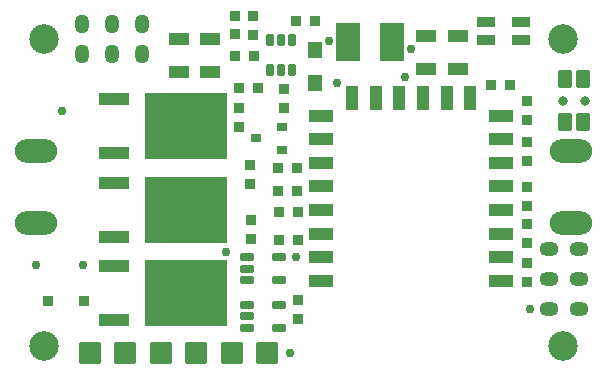
<source format=gbr>
%TF.GenerationSoftware,Altium Limited,Altium Designer,20.1.8 (145)*%
G04 Layer_Color=8388736*
%FSLAX45Y45*%
%MOMM*%
%TF.SameCoordinates,7C767931-0862-4B48-A7A2-9337087A75ED*%
%TF.FilePolarity,Negative*%
%TF.FileFunction,Soldermask,Top*%
%TF.Part,Single*%
G01*
G75*
%TA.AperFunction,SMDPad,CuDef*%
%ADD11C,0.75000*%
%TA.AperFunction,ComponentPad*%
%ADD32O,1.60000X1.25000*%
%ADD33O,1.25000X1.60000*%
%TA.AperFunction,ViaPad*%
%ADD42O,3.60000X2.00000*%
%TA.AperFunction,WasherPad*%
%ADD43C,2.50000*%
%TA.AperFunction,ComponentPad*%
%ADD44C,0.80000*%
G04:AMPARAMS|DCode=45|XSize=1.9mm|YSize=1.9mm|CornerRadius=0.14mm|HoleSize=0mm|Usage=FLASHONLY|Rotation=0.000|XOffset=0mm|YOffset=0mm|HoleType=Round|Shape=RoundedRectangle|*
%AMROUNDEDRECTD45*
21,1,1.90000,1.62000,0,0,0.0*
21,1,1.62000,1.90000,0,0,0.0*
1,1,0.28000,0.81000,-0.81000*
1,1,0.28000,-0.81000,-0.81000*
1,1,0.28000,-0.81000,0.81000*
1,1,0.28000,0.81000,0.81000*
%
%ADD45ROUNDEDRECTD45*%
G04:AMPARAMS|DCode=46|XSize=1.9mm|YSize=1.9mm|CornerRadius=0.23mm|HoleSize=0mm|Usage=FLASHONLY|Rotation=180.000|XOffset=0mm|YOffset=0mm|HoleType=Round|Shape=RoundedRectangle|*
%AMROUNDEDRECTD46*
21,1,1.90000,1.44000,0,0,180.0*
21,1,1.44000,1.90000,0,0,180.0*
1,1,0.46000,-0.72000,0.72000*
1,1,0.46000,0.72000,0.72000*
1,1,0.46000,0.72000,-0.72000*
1,1,0.46000,-0.72000,-0.72000*
%
%ADD46ROUNDEDRECTD46*%
%TA.AperFunction,NonConductor*%
%ADD54R,1.30000X0.90000*%
%ADD55R,1.30000X0.90000*%
%ADD56R,1.30000X0.90000*%
%ADD57R,1.30000X0.90000*%
%TA.AperFunction,SMDPad,CuDef*%
G04:AMPARAMS|DCode=58|XSize=0.9mm|YSize=0.9mm|CornerRadius=0.054mm|HoleSize=0mm|Usage=FLASHONLY|Rotation=180.000|XOffset=0mm|YOffset=0mm|HoleType=Round|Shape=RoundedRectangle|*
%AMROUNDEDRECTD58*
21,1,0.90000,0.79200,0,0,180.0*
21,1,0.79200,0.90000,0,0,180.0*
1,1,0.10800,-0.39600,0.39600*
1,1,0.10800,0.39600,0.39600*
1,1,0.10800,0.39600,-0.39600*
1,1,0.10800,-0.39600,-0.39600*
%
%ADD58ROUNDEDRECTD58*%
G04:AMPARAMS|DCode=59|XSize=0.9mm|YSize=0.85mm|CornerRadius=0.05375mm|HoleSize=0mm|Usage=FLASHONLY|Rotation=90.000|XOffset=0mm|YOffset=0mm|HoleType=Round|Shape=RoundedRectangle|*
%AMROUNDEDRECTD59*
21,1,0.90000,0.74250,0,0,90.0*
21,1,0.79250,0.85000,0,0,90.0*
1,1,0.10750,0.37125,0.39625*
1,1,0.10750,0.37125,-0.39625*
1,1,0.10750,-0.37125,-0.39625*
1,1,0.10750,-0.37125,0.39625*
%
%ADD59ROUNDEDRECTD59*%
G04:AMPARAMS|DCode=60|XSize=0.9mm|YSize=0.85mm|CornerRadius=0.05375mm|HoleSize=0mm|Usage=FLASHONLY|Rotation=0.000|XOffset=0mm|YOffset=0mm|HoleType=Round|Shape=RoundedRectangle|*
%AMROUNDEDRECTD60*
21,1,0.90000,0.74250,0,0,0.0*
21,1,0.79250,0.85000,0,0,0.0*
1,1,0.10750,0.39625,-0.37125*
1,1,0.10750,-0.39625,-0.37125*
1,1,0.10750,-0.39625,0.37125*
1,1,0.10750,0.39625,0.37125*
%
%ADD60ROUNDEDRECTD60*%
G04:AMPARAMS|DCode=61|XSize=1.05mm|YSize=2.5mm|CornerRadius=0.05475mm|HoleSize=0mm|Usage=FLASHONLY|Rotation=90.000|XOffset=0mm|YOffset=0mm|HoleType=Round|Shape=RoundedRectangle|*
%AMROUNDEDRECTD61*
21,1,1.05000,2.39050,0,0,90.0*
21,1,0.94050,2.50000,0,0,90.0*
1,1,0.10950,1.19525,0.47025*
1,1,0.10950,1.19525,-0.47025*
1,1,0.10950,-1.19525,-0.47025*
1,1,0.10950,-1.19525,0.47025*
%
%ADD61ROUNDEDRECTD61*%
G04:AMPARAMS|DCode=62|XSize=5.65mm|YSize=6.9mm|CornerRadius=0.07775mm|HoleSize=0mm|Usage=FLASHONLY|Rotation=90.000|XOffset=0mm|YOffset=0mm|HoleType=Round|Shape=RoundedRectangle|*
%AMROUNDEDRECTD62*
21,1,5.65000,6.74450,0,0,90.0*
21,1,5.49450,6.90000,0,0,90.0*
1,1,0.15550,3.37225,2.74725*
1,1,0.15550,3.37225,-2.74725*
1,1,0.15550,-3.37225,-2.74725*
1,1,0.15550,-3.37225,2.74725*
%
%ADD62ROUNDEDRECTD62*%
G04:AMPARAMS|DCode=63|XSize=1.75mm|YSize=1.05mm|CornerRadius=0.05475mm|HoleSize=0mm|Usage=FLASHONLY|Rotation=0.000|XOffset=0mm|YOffset=0mm|HoleType=Round|Shape=RoundedRectangle|*
%AMROUNDEDRECTD63*
21,1,1.75000,0.94050,0,0,0.0*
21,1,1.64050,1.05000,0,0,0.0*
1,1,0.10950,0.82025,-0.47025*
1,1,0.10950,-0.82025,-0.47025*
1,1,0.10950,-0.82025,0.47025*
1,1,0.10950,0.82025,0.47025*
%
%ADD63ROUNDEDRECTD63*%
G04:AMPARAMS|DCode=64|XSize=0.9mm|YSize=0.9mm|CornerRadius=0.054mm|HoleSize=0mm|Usage=FLASHONLY|Rotation=90.000|XOffset=0mm|YOffset=0mm|HoleType=Round|Shape=RoundedRectangle|*
%AMROUNDEDRECTD64*
21,1,0.90000,0.79200,0,0,90.0*
21,1,0.79200,0.90000,0,0,90.0*
1,1,0.10800,0.39600,0.39600*
1,1,0.10800,0.39600,-0.39600*
1,1,0.10800,-0.39600,-0.39600*
1,1,0.10800,-0.39600,0.39600*
%
%ADD64ROUNDEDRECTD64*%
G04:AMPARAMS|DCode=65|XSize=0.64mm|YSize=1mm|CornerRadius=0.0527mm|HoleSize=0mm|Usage=FLASHONLY|Rotation=0.000|XOffset=0mm|YOffset=0mm|HoleType=Round|Shape=RoundedRectangle|*
%AMROUNDEDRECTD65*
21,1,0.64000,0.89460,0,0,0.0*
21,1,0.53460,1.00000,0,0,0.0*
1,1,0.10540,0.26730,-0.44730*
1,1,0.10540,-0.26730,-0.44730*
1,1,0.10540,-0.26730,0.44730*
1,1,0.10540,0.26730,0.44730*
%
%ADD65ROUNDEDRECTD65*%
G04:AMPARAMS|DCode=66|XSize=0.7mm|YSize=1.15mm|CornerRadius=0.08mm|HoleSize=0mm|Usage=FLASHONLY|Rotation=90.000|XOffset=0mm|YOffset=0mm|HoleType=Round|Shape=RoundedRectangle|*
%AMROUNDEDRECTD66*
21,1,0.70000,0.99000,0,0,90.0*
21,1,0.54000,1.15000,0,0,90.0*
1,1,0.16000,0.49500,0.27000*
1,1,0.16000,0.49500,-0.27000*
1,1,0.16000,-0.49500,-0.27000*
1,1,0.16000,-0.49500,0.27000*
%
%ADD66ROUNDEDRECTD66*%
%TA.AperFunction,ConnectorPad*%
G04:AMPARAMS|DCode=67|XSize=1.1mm|YSize=2.1mm|CornerRadius=0.055mm|HoleSize=0mm|Usage=FLASHONLY|Rotation=270.000|XOffset=0mm|YOffset=0mm|HoleType=Round|Shape=RoundedRectangle|*
%AMROUNDEDRECTD67*
21,1,1.10000,1.99000,0,0,270.0*
21,1,0.99000,2.10000,0,0,270.0*
1,1,0.11000,-0.99500,-0.49500*
1,1,0.11000,-0.99500,0.49500*
1,1,0.11000,0.99500,0.49500*
1,1,0.11000,0.99500,-0.49500*
%
%ADD67ROUNDEDRECTD67*%
G04:AMPARAMS|DCode=68|XSize=1.1mm|YSize=2.1mm|CornerRadius=0.055mm|HoleSize=0mm|Usage=FLASHONLY|Rotation=0.000|XOffset=0mm|YOffset=0mm|HoleType=Round|Shape=RoundedRectangle|*
%AMROUNDEDRECTD68*
21,1,1.10000,1.99000,0,0,0.0*
21,1,0.99000,2.10000,0,0,0.0*
1,1,0.11000,0.49500,-0.99500*
1,1,0.11000,-0.49500,-0.99500*
1,1,0.11000,-0.49500,0.99500*
1,1,0.11000,0.49500,0.99500*
%
%ADD68ROUNDEDRECTD68*%
%TA.AperFunction,SMDPad,CuDef*%
%ADD69R,2.10000X3.20000*%
%TA.AperFunction,ConnectorPad*%
G04:AMPARAMS|DCode=70|XSize=1.5mm|YSize=1.15mm|CornerRadius=0.05525mm|HoleSize=0mm|Usage=FLASHONLY|Rotation=90.000|XOffset=0mm|YOffset=0mm|HoleType=Round|Shape=RoundedRectangle|*
%AMROUNDEDRECTD70*
21,1,1.50000,1.03950,0,0,90.0*
21,1,1.38950,1.15000,0,0,90.0*
1,1,0.11050,0.51975,0.69475*
1,1,0.11050,0.51975,-0.69475*
1,1,0.11050,-0.51975,-0.69475*
1,1,0.11050,-0.51975,0.69475*
%
%ADD70ROUNDEDRECTD70*%
%TA.AperFunction,SMDPad,CuDef*%
%ADD71R,1.15000X1.35000*%
G04:AMPARAMS|DCode=72|XSize=0.9mm|YSize=1.5mm|CornerRadius=0.054mm|HoleSize=0mm|Usage=FLASHONLY|Rotation=90.000|XOffset=0mm|YOffset=0mm|HoleType=Round|Shape=RoundedRectangle|*
%AMROUNDEDRECTD72*
21,1,0.90000,1.39200,0,0,90.0*
21,1,0.79200,1.50000,0,0,90.0*
1,1,0.10800,0.69600,0.39600*
1,1,0.10800,0.69600,-0.39600*
1,1,0.10800,-0.69600,-0.39600*
1,1,0.10800,-0.69600,0.39600*
%
%ADD72ROUNDEDRECTD72*%
G04:AMPARAMS|DCode=73|XSize=0.65mm|YSize=0.9mm|CornerRadius=0.05275mm|HoleSize=0mm|Usage=FLASHONLY|Rotation=270.000|XOffset=0mm|YOffset=0mm|HoleType=Round|Shape=RoundedRectangle|*
%AMROUNDEDRECTD73*
21,1,0.65000,0.79450,0,0,270.0*
21,1,0.54450,0.90000,0,0,270.0*
1,1,0.10550,-0.39725,-0.27225*
1,1,0.10550,-0.39725,0.27225*
1,1,0.10550,0.39725,0.27225*
1,1,0.10550,0.39725,-0.27225*
%
%ADD73ROUNDEDRECTD73*%
D11*
X233680Y990600D02*
D03*
X452120Y2288540D02*
D03*
X2781300Y2532380D02*
D03*
X2713920Y2887362D02*
D03*
X629920Y990600D02*
D03*
X3413760Y2819400D02*
D03*
X1846617Y1101408D02*
D03*
X2385060Y241100D02*
D03*
X4419600Y617020D02*
D03*
X3362960Y2583180D02*
D03*
X2435860Y1054100D02*
D03*
D32*
X4580860Y1125020D02*
D03*
Y871020D02*
D03*
Y617020D02*
D03*
X4834860D02*
D03*
Y871020D02*
D03*
Y1125020D02*
D03*
D33*
X1135263Y2774187D02*
D03*
X881263D02*
D03*
X627263D02*
D03*
Y3028187D02*
D03*
X881263D02*
D03*
X1135263D02*
D03*
D42*
X232500Y1345042D02*
D03*
X4767500D02*
D03*
Y1955020D02*
D03*
X232500D02*
D03*
D43*
X300000Y300000D02*
D03*
X4700000D02*
D03*
Y2900000D02*
D03*
X300000D02*
D03*
D44*
X4880016Y2380000D02*
D03*
X4700016D02*
D03*
D45*
X2190834Y241300D02*
D03*
X1290834D02*
D03*
X1590834D02*
D03*
X1890834D02*
D03*
D46*
X690880D02*
D03*
X990880D02*
D03*
D54*
X4048846Y2894035D02*
D03*
D55*
X4048846Y3044033D02*
D03*
D56*
X4338845Y3044033D02*
D03*
D57*
X4338845Y2894035D02*
D03*
D58*
X2070398Y2939380D02*
D03*
Y3099380D02*
D03*
X2058138Y1368861D02*
D03*
Y1208860D02*
D03*
D59*
X1920328Y2761849D02*
D03*
X2080328D02*
D03*
X2442900Y1810011D02*
D03*
X2282900D02*
D03*
X2444705Y1619136D02*
D03*
X2284704D02*
D03*
X1957123Y2484542D02*
D03*
X2117124D02*
D03*
X2453852Y1433340D02*
D03*
X2293852D02*
D03*
D60*
X1920322Y3100384D02*
D03*
Y2940384D02*
D03*
X4388613Y2028900D02*
D03*
Y1868900D02*
D03*
Y1645745D02*
D03*
Y1485745D02*
D03*
Y2379579D02*
D03*
Y2219578D02*
D03*
X4388680Y846620D02*
D03*
Y1006620D02*
D03*
X4388613Y1176600D02*
D03*
Y1336600D02*
D03*
X2336817Y2318694D02*
D03*
Y2478694D02*
D03*
X1954583Y2158694D02*
D03*
Y2318694D02*
D03*
X2050518Y1671133D02*
D03*
Y1831133D02*
D03*
X2455865Y530650D02*
D03*
Y690650D02*
D03*
D61*
X896475Y977165D02*
D03*
Y519165D02*
D03*
Y1684810D02*
D03*
Y1226810D02*
D03*
Y2397535D02*
D03*
Y1939535D02*
D03*
D62*
X1506475Y748165D02*
D03*
Y1455810D02*
D03*
Y2168535D02*
D03*
D63*
X1704360Y2620438D02*
D03*
Y2900438D02*
D03*
X3806335Y2929594D02*
D03*
Y2649594D02*
D03*
X3536710Y2929594D02*
D03*
Y2649594D02*
D03*
X1447828Y2620438D02*
D03*
Y2900438D02*
D03*
D64*
X2433879Y3058550D02*
D03*
X2593879D02*
D03*
X2455038Y1200415D02*
D03*
X2295038D02*
D03*
X4084480Y2512284D02*
D03*
X4244480D02*
D03*
X332909Y682174D02*
D03*
X637909D02*
D03*
D65*
X2215171Y2639429D02*
D03*
X2310171D02*
D03*
X2405171D02*
D03*
X2215171Y2894429D02*
D03*
X2310171D02*
D03*
X2405171D02*
D03*
D66*
X2020038Y1053265D02*
D03*
Y958265D02*
D03*
Y863265D02*
D03*
X2295038D02*
D03*
Y1053265D02*
D03*
X2020038Y648520D02*
D03*
Y553520D02*
D03*
Y458520D02*
D03*
X2295038D02*
D03*
Y648520D02*
D03*
D67*
X4171115Y853660D02*
D03*
Y2053660D02*
D03*
X2651115Y2253660D02*
D03*
X4171115Y1053660D02*
D03*
Y1253660D02*
D03*
Y1453660D02*
D03*
Y1653660D02*
D03*
Y1853660D02*
D03*
Y2253660D02*
D03*
X2651115Y2053660D02*
D03*
Y1853660D02*
D03*
Y1653660D02*
D03*
Y1453660D02*
D03*
Y1253660D02*
D03*
Y1053660D02*
D03*
Y853660D02*
D03*
D68*
X3911115Y2403660D02*
D03*
X3711115D02*
D03*
X3511115D02*
D03*
X3311115D02*
D03*
X3111115D02*
D03*
X2911115D02*
D03*
D69*
X3249345Y2876520D02*
D03*
X2879345D02*
D03*
D70*
X4717516Y2560000D02*
D03*
X4862516D02*
D03*
Y2200000D02*
D03*
X4717516D02*
D03*
D71*
X2593879Y2526059D02*
D03*
Y2811059D02*
D03*
D72*
X4343846Y3044034D02*
D03*
Y2894034D02*
D03*
X4043846D02*
D03*
Y3044034D02*
D03*
D73*
X2316823Y1966001D02*
D03*
Y2156001D02*
D03*
X2096823Y2061001D02*
D03*
%TF.MD5,c81facc4e3f8354324efbfbf0e467f40*%
M02*

</source>
